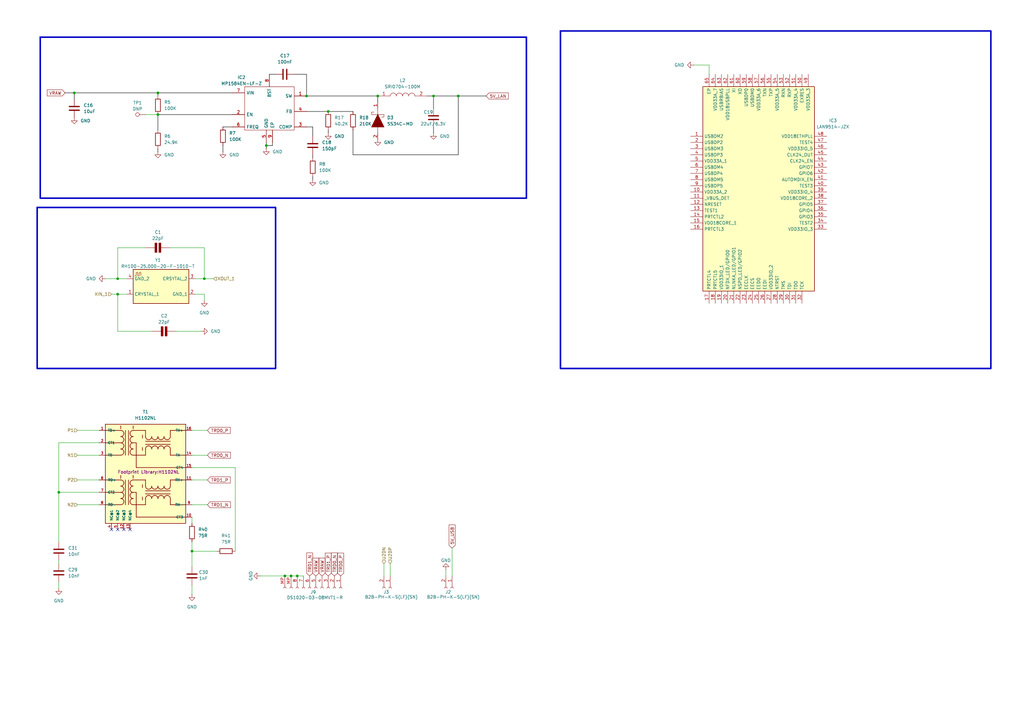
<source format=kicad_sch>
(kicad_sch (version 20250114) (generator "eeschema") (generator_version "9.0")
  (paper "A3")
  (rectangle (start 229.87 12.7) (end 406.4 151.13) (stroke (width 0.635)))
  (rectangle (start 16.51 15.24) (end 215.9 81.28) (stroke (width 0.635)))
  (rectangle (start 15.24 85.09) (end 113.03 151.13) (stroke (width 0.635)))
  (text "RTL8152B-VB-CG" (at 612.14 8.382 0) (effects (font (size 3.81 3.81) (thickness 0.762) (bold yes))))
  (text "5V_REG" (at 29.464 21.082 0) (effects (font (size 3.81 3.81) (thickness 1.016) (bold yes))))
  (text "CRYSTAL" (at 30.226 89.662 0) (effects (font (size 3.81 3.81) (thickness 0.762) (bold yes))))
  (junction (at 134.62 45.72))
  (junction (at 121.92 236.22))
  (junction (at 187.96 39.37))
  (junction (at 490.22 54.61))
  (junction (at 566.42 54.61))
  (junction (at 83.82 114.3))
  (junction (at 608.33 85.09))
  (junction (at 581.66 85.09))
  (junction (at 532.13 100.33))
  (junction (at 119.38 236.22))
  (junction (at 547.37 85.09))
  (junction (at 154.94 39.37))
  (junction (at 30.48 38.1))
  (junction (at 24.13 201.93))
  (junction (at 539.75 8.89))
  (junction (at 78.74 226.06))
  (junction (at 520.7 10.16))
  (junction (at 510.54 97.79))
  (junction (at 490.22 41.91))
  (junction (at 109.22 59.69))
  (junction (at 64.77 46.99))
  (junction (at 125.73 39.37))
  (junction (at 177.8 39.37))
  (junction (at 499.11 97.79))
  (junction (at 594.36 85.09))
  (junction (at 116.84 236.22))
  (junction (at 48.26 120.65))
  (junction (at 48.26 114.3))
  (junction (at 582.93 46.99))
  (junction (at 64.77 38.1))
  (junction (at 504.19 15.24))
  (no_connect (at 45.72 217.17))
  (no_connect (at 53.34 217.17))
  (no_connect (at 48.26 217.17))
  (no_connect (at 554.99 49.53))
  (no_connect (at 50.8 217.17))
  (no_connect (at 554.99 41.91))
  (no_connect (at 554.99 44.45))
  (no_connect (at 554.99 52.07))
  (wire (pts (xy 199.39 39.37) (xy 187.96 39.37)) (stroke (width 0.1778) (color 0 0 0 1)))
  (wire (pts (xy 109.22 60.96) (xy 109.22 59.69)) (stroke (width 0.1778) (color 0 0 0 1)))
  (wire (pts (xy 579.12 85.09) (xy 581.66 85.09)))
  (wire (pts (xy 594.36 99.06) (xy 594.36 100.33)))
  (wire (pts (xy 177.8 54.61) (xy 177.8 52.07)) (stroke (width 0.1778) (color 0 0 0 1)))
  (wire (pts (xy 154.94 41.91) (xy 154.94 39.37)) (stroke (width 0.1778) (color 0 0 0 1)))
  (wire (pts (xy 537.21 80.01) (xy 547.37 80.01)))
  (wire (pts (xy 516.89 83.82) (xy 527.05 83.82)))
  (wire (pts (xy 504.19 15.24) (xy 510.54 15.24)))
  (wire (pts (xy 490.22 54.61) (xy 509.27 54.61)))
  (wire (pts (xy 177.8 39.37) (xy 187.96 39.37)) (stroke (width 0.1778) (color 0 0 0 1)))
  (wire (pts (xy 125.73 39.37) (xy 154.94 39.37)) (stroke (width 0.1778) (color 0 0 0 1)))
  (wire (pts (xy 499.11 116.84) (xy 499.11 115.57)))
  (wire (pts (xy 532.13 6.35) (xy 532.13 21.59)))
  (wire (pts (xy 490.22 53.34) (xy 490.22 54.61)))
  (wire (pts (xy 560.07 85.09) (xy 560.07 88.9)))
  (wire (pts (xy 608.33 88.9) (xy 608.33 85.09)))
  (wire (pts (xy 78.74 226.06) (xy 88.9 226.06)))
  (wire (pts (xy 185.42 224.79) (xy 185.42 236.22)))
  (wire (pts (xy 520.7 10.16) (xy 529.59 10.16)))
  (wire (pts (xy 85.09 186.69) (xy 78.74 186.69)))
  (wire (pts (xy 134.62 54.61) (xy 134.62 53.34)) (stroke (width 0.1778) (color 0 0 0 1)))
  (wire (pts (xy 78.74 191.77) (xy 96.52 191.77)))
  (wire (pts (xy 539.75 8.89) (xy 547.37 8.89)))
  (wire (pts (xy 582.93 46.99) (xy 588.01 46.99)))
  (wire (pts (xy 529.59 97.79) (xy 510.54 97.79)))
  (wire (pts (xy 502.92 15.24) (xy 504.19 15.24)))
  (wire (pts (xy 537.21 21.59) (xy 537.21 8.89)))
  (wire (pts (xy 562.61 12.7) (xy 554.99 12.7)))
  (wire (pts (xy 556.26 8.89) (xy 554.99 8.89)))
  (wire (pts (xy 529.59 77.47) (xy 529.59 97.79)))
  (wire (pts (xy 120.65 30.48) (xy 125.73 30.48)) (stroke (width 0.1778) (color 0 0 0 1)))
  (wire (pts (xy 48.26 114.3) (xy 52.07 114.3)))
  (wire (pts (xy 78.74 212.09) (xy 78.74 214.63)))
  (wire (pts (xy 566.42 54.61) (xy 566.42 57.15)))
  (wire (pts (xy 110.49 30.48) (xy 113.03 30.48)) (stroke (width 0.1778) (color 0 0 0 1)))
  (wire (pts (xy 547.37 88.9) (xy 547.37 85.09)))
  (wire (pts (xy 111.76 58.42) (xy 111.76 59.69)) (stroke (width 0.1778) (color 0 0 0 1)))
  (wire (pts (xy 96.52 191.77) (xy 96.52 226.06)))
  (wire (pts (xy 547.37 100.33) (xy 547.37 99.06)))
  (wire (pts (xy 83.82 101.6) (xy 83.82 114.3)))
  (wire (pts (xy 48.26 101.6) (xy 59.69 101.6)))
  (wire (pts (xy 64.77 46.99) (xy 95.25 46.99)) (stroke (width 0.1778) (color 0 0 0 1)))
  (wire (pts (xy 125.73 52.07) (xy 128.27 52.07)) (stroke (width 0.1778) (color 0 0 0 1)))
  (wire (pts (xy 30.48 38.1) (xy 64.77 38.1)) (stroke (width 0.1778) (color 0 0 0 1)))
  (wire (pts (xy 121.92 236.22) (xy 119.38 236.22)))
  (wire (pts (xy 566.42 54.61) (xy 568.96 54.61)))
  (wire (pts (xy 539.75 12.7) (xy 547.37 12.7)))
  (wire (pts (xy 24.13 201.93) (xy 40.64 201.93)))
  (wire (pts (xy 64.77 46.99) (xy 64.77 53.34)) (stroke (width 0.1778) (color 0 0 0 1)))
  (wire (pts (xy 554.99 46.99) (xy 582.93 46.99)))
  (wire (pts (xy 529.59 6.35) (xy 532.13 6.35)))
  (wire (pts (xy 78.74 222.25) (xy 78.74 226.06)))
  (wire (pts (xy 85.09 176.53) (xy 78.74 176.53)))
  (wire (pts (xy 69.85 101.6) (xy 83.82 101.6)))
  (wire (pts (xy 582.93 64.77) (xy 582.93 62.23)))
  (wire (pts (xy 59.69 46.99) (xy 64.77 46.99)))
  (wire (pts (xy 64.77 39.37) (xy 64.77 38.1)) (stroke (width 0.1778) (color 0 0 0 1)))
  (wire (pts (xy 31.75 196.85) (xy 40.64 196.85)))
  (wire (pts (xy 623.57 85.09) (xy 629.92 85.09)))
  (wire (pts (xy 547.37 80.01) (xy 547.37 85.09)))
  (wire (pts (xy 505.46 46.99) (xy 509.27 46.99)))
  (wire (pts (xy 175.26 39.37) (xy 177.8 39.37)) (stroke (width 0.1778) (color 0 0 0 1)))
  (wire (pts (xy 505.46 44.45) (xy 509.27 44.45)))
  (wire (pts (xy 85.09 196.85) (xy 78.74 196.85)))
  (wire (pts (xy 91.44 52.07) (xy 95.25 52.07)) (stroke (width 0.1778) (color 0 0 0 1)))
  (wire (pts (xy 31.75 176.53) (xy 40.64 176.53)))
  (wire (pts (xy 119.38 236.22) (xy 116.84 236.22)))
  (wire (pts (xy 24.13 241.3) (xy 24.13 238.76)))
  (wire (pts (xy 30.48 40.64) (xy 30.48 38.1)) (stroke (width 0.1778) (color 0 0 0 1)))
  (wire (pts (xy 134.62 45.72) (xy 144.78 45.72)) (stroke (width 0.1778) (color 0 0 0 1)))
  (wire (pts (xy 537.21 77.47) (xy 537.21 80.01)))
  (wire (pts (xy 547.37 16.51) (xy 539.75 16.51)))
  (wire (pts (xy 490.22 54.61) (xy 490.22 57.15)))
  (wire (pts (xy 527.05 15.24) (xy 527.05 21.59)))
  (wire (pts (xy 554.99 16.51) (xy 562.61 16.51)))
  (wire (pts (xy 24.13 181.61) (xy 24.13 201.93)))
  (wire (pts (xy 48.26 120.65) (xy 52.07 120.65)))
  (wire (pts (xy 31.75 186.69) (xy 40.64 186.69)))
  (wire (pts (xy 111.76 59.69) (xy 109.22 59.69)) (stroke (width 0.1778) (color 0 0 0 1)))
  (wire (pts (xy 527.05 83.82) (xy 527.05 77.47)))
  (wire (pts (xy 83.82 120.65) (xy 83.82 123.19)))
  (wire (pts (xy 594.36 85.09) (xy 594.36 88.9)))
  (wire (pts (xy 45.72 120.65) (xy 48.26 120.65)))
  (wire (pts (xy 539.75 16.51) (xy 539.75 21.59)))
  (wire (pts (xy 524.51 81.28) (xy 524.51 77.47)))
  (wire (pts (xy 488.95 41.91) (xy 490.22 41.91)))
  (wire (pts (xy 43.18 114.3) (xy 48.26 114.3)))
  (wire (pts (xy 80.01 114.3) (xy 83.82 114.3)))
  (wire (pts (xy 518.16 15.24) (xy 527.05 15.24)))
  (wire (pts (xy 144.78 63.5) (xy 187.96 63.5)) (stroke (width 0.1778) (color 0 0 0 1)))
  (wire (pts (xy 116.84 236.22) (xy 106.68 236.22)))
  (wire (pts (xy 608.33 85.09) (xy 615.95 85.09)))
  (wire (pts (xy 157.48 231.14) (xy 157.48 236.22)))
  (wire (pts (xy 502.92 19.05) (xy 524.51 19.05)))
  (wire (pts (xy 532.13 77.47) (xy 532.13 100.33)))
  (wire (pts (xy 505.46 52.07) (xy 509.27 52.07)))
  (wire (pts (xy 125.73 30.48) (xy 125.73 39.37)) (stroke (width 0.1778) (color 0 0 0 1)))
  (wire (pts (xy 499.11 97.79) (xy 510.54 97.79)))
  (wire (pts (xy 128.27 52.07) (xy 128.27 55.88)) (stroke (width 0.1778) (color 0 0 0 1)))
  (wire (pts (xy 509.27 10.16) (xy 504.19 10.16)))
  (wire (pts (xy 524.51 19.05) (xy 524.51 21.59)))
  (wire (pts (xy 187.96 63.5) (xy 187.96 39.37)) (stroke (width 0.1778) (color 0 0 0 1)))
  (wire (pts (xy 490.22 41.91) (xy 509.27 41.91)))
  (wire (pts (xy 91.44 62.23) (xy 91.44 59.69)) (stroke (width 0.1778) (color 0 0 0 1)))
  (wire (pts (xy 128.27 73.66) (xy 128.27 72.39)) (stroke (width 0.1778) (color 0 0 0 1)))
  (wire (pts (xy 534.67 90.17) (xy 535.94 90.17)))
  (wire (pts (xy 490.22 41.91) (xy 490.22 43.18)))
  (wire (pts (xy 582.93 46.99) (xy 582.93 52.07)))
  (wire (pts (xy 48.26 120.65) (xy 48.26 135.89)))
  (wire (pts (xy 290.83 26.67) (xy 290.83 30.48)))
  (wire (pts (xy 177.8 44.45) (xy 177.8 39.37)) (stroke (width 0.1778) (color 0 0 0 1)))
  (wire (pts (xy 532.13 100.33) (xy 532.13 105.41)))
  (wire (pts (xy 581.66 100.33) (xy 581.66 99.06)))
  (wire (pts (xy 504.19 10.16) (xy 504.19 15.24)))
  (wire (pts (xy 124.46 236.22) (xy 121.92 236.22)))
  (wire (pts (xy 534.67 6.35) (xy 534.67 21.59)))
  (wire (pts (xy 48.26 101.6) (xy 48.26 114.3)))
  (wire (pts (xy 581.66 85.09) (xy 594.36 85.09)))
  (wire (pts (xy 510.54 97.79) (xy 510.54 105.41)))
  (wire (pts (xy 519.43 10.16) (xy 520.7 10.16)))
  (wire (pts (xy 566.42 69.85) (xy 566.42 67.31)))
  (wire (pts (xy 40.64 181.61) (xy 24.13 181.61)))
  (wire (pts (xy 284.48 26.67) (xy 290.83 26.67)))
  (wire (pts (xy 516.89 3.81) (xy 520.7 3.81)))
  (wire (pts (xy 160.02 231.14) (xy 160.02 236.22)))
  (wire (pts (xy 24.13 231.14) (xy 24.13 229.87)))
  (wire (pts (xy 547.37 85.09) (xy 560.07 85.09)))
  (wire (pts (xy 125.73 45.72) (xy 134.62 45.72)) (stroke (width 0.1778) (color 0 0 0 1)))
  (wire (pts (xy 554.99 54.61) (xy 566.42 54.61)))
  (wire (pts (xy 520.7 100.33) (xy 520.7 105.41)))
  (wire (pts (xy 510.54 115.57) (xy 510.54 116.84)))
  (wire (pts (xy 80.01 120.65) (xy 83.82 120.65)))
  (wire (pts (xy 520.7 3.81) (xy 520.7 10.16)))
  (wire (pts (xy 144.78 53.34) (xy 144.78 63.5)) (stroke (width 0.1778) (color 0 0 0 1)))
  (wire (pts (xy 182.88 233.68) (xy 182.88 236.22)))
  (wire (pts (xy 516.89 81.28) (xy 524.51 81.28)))
  (wire (pts (xy 520.7 116.84) (xy 520.7 115.57)))
  (wire (pts (xy 496.57 97.79) (xy 499.11 97.79)))
  (wire (pts (xy 537.21 8.89) (xy 539.75 8.89)))
  (wire (pts (xy 560.07 100.33) (xy 560.07 99.06)))
  (wire (pts (xy 520.7 100.33) (xy 532.13 100.33)))
  (wire (pts (xy 499.11 97.79) (xy 499.11 105.41)))
  (wire (pts (xy 128.27 64.77) (xy 128.27 63.5)) (stroke (width 0.1778) (color 0 0 0 1)))
  (wire (pts (xy 532.13 115.57) (xy 532.13 116.84)))
  (wire (pts (xy 62.23 135.89) (xy 48.26 135.89)))
  (wire (pts (xy 78.74 226.06) (xy 78.74 232.41)))
  (wire (pts (xy 64.77 62.23) (xy 64.77 60.96)) (stroke (width 0.1778) (color 0 0 0 1)))
  (wire (pts (xy 83.82 114.3) (xy 87.63 114.3)))
  (wire (pts (xy 581.66 88.9) (xy 581.66 85.09)))
  (wire (pts (xy 529.59 10.16) (xy 529.59 21.59)))
  (wire (pts (xy 31.75 207.01) (xy 40.64 207.01)))
  (wire (pts (xy 505.46 49.53) (xy 509.27 49.53)))
  (wire (pts (xy 608.33 99.06) (xy 608.33 100.33)))
  (wire (pts (xy 109.22 59.69) (xy 109.22 58.42)) (stroke (width 0.1778) (color 0 0 0 1)))
  (wire (pts (xy 24.13 201.93) (xy 24.13 222.25)))
  (wire (pts (xy 82.55 135.89) (xy 72.39 135.89)))
  (wire (pts (xy 535.94 100.33) (xy 532.13 100.33)))
  (wire (pts (xy 537.21 6.35) (xy 534.67 6.35)))
  (wire (pts (xy 64.77 38.1) (xy 95.25 38.1)) (stroke (width 0.1778) (color 0 0 0 1)))
  (wire (pts (xy 539.75 8.89) (xy 539.75 12.7)))
  (wire (pts (xy 85.09 207.01) (xy 78.74 207.01)))
  (wire (pts (xy 534.67 77.47) (xy 534.67 90.17)))
  (wire (pts (xy 594.36 85.09) (xy 608.33 85.09)))
  (wire (pts (xy 26.67 38.1) (xy 30.48 38.1)) (stroke (width 0.1778) (color 0 0 0 1)))
  (wire (pts (xy 78.74 240.03) (xy 78.74 243.84)))
  (global_label "VDD3V3" (shape input) (at 488.95 41.91 180) (property "Intersheetrefs" "${INTERSHEET_REFS}" (effects (hide yes))))
  (global_label "TRD0_N" (shape input) (at 137.16 236.22 90) (property "Intersheetrefs" "${INTERSHEET_REFS}" (effects (hide yes))))
  (global_label "5V_USB" (shape input) (at 629.92 85.09 0) (property "Intersheetrefs" "${INTERSHEET_REFS}" (effects (hide yes))))
  (global_label "TRD0_N" (shape input) (at 85.09 186.69 0) (property "Intersheetrefs" "${INTERSHEET_REFS}" (effects (hide yes))))
  (global_label "VDD3V3" (shape input) (at 535.94 100.33 0) (property "Intersheetrefs" "${INTERSHEET_REFS}" (effects (hide yes))))
  (global_label "VDD10" (shape input) (at 588.01 46.99 0) (property "Intersheetrefs" "${INTERSHEET_REFS}" (effects (hide yes))))
  (global_label "TRD1_P" (shape input) (at 85.09 196.85 0) (property "Intersheetrefs" "${INTERSHEET_REFS}" (effects (hide yes))))
  (global_label "VDD10" (shape input) (at 516.89 3.81 180) (property "Intersheetrefs" "${INTERSHEET_REFS}" (effects (hide yes))))
  (global_label "TRD0_P" (shape input) (at 139.7 236.22 90) (property "Intersheetrefs" "${INTERSHEET_REFS}" (effects (hide yes))))
  (global_label "VRAW" (shape input) (at 129.54 236.22 90) (property "Intersheetrefs" "${INTERSHEET_REFS}" (effects (hide yes))))
  (global_label "TRD1_N" (shape input) (at 127 236.22 90) (property "Intersheetrefs" "${INTERSHEET_REFS}" (effects (hide yes))))
  (global_label "TRD1_P" (shape input) (at 134.62 236.22 90) (property "Intersheetrefs" "${INTERSHEET_REFS}" (effects (hide yes))))
  (global_label "5V_USB" (shape input) (at 185.42 224.79 90) (property "Intersheetrefs" "${INTERSHEET_REFS}" (effects (hide yes))))
  (global_label "5V_LAN" (shape input) (at 535.94 90.17 0) (property "Intersheetrefs" "${INTERSHEET_REFS}" (effects (hide yes))))
  (global_label "VDD3V3" (shape input) (at 562.61 12.7 0) (property "Intersheetrefs" "${INTERSHEET_REFS}" (effects (hide yes))))
  (global_label "VRAW" (shape input) (at 132.08 236.22 90) (property "Intersheetrefs" "${INTERSHEET_REFS}" (effects (hide yes))))
  (global_label "TRD1_N" (shape input) (at 85.09 207.01 0) (property "Intersheetrefs" "${INTERSHEET_REFS}" (effects (hide yes))))
  (global_label "VDD3V3" (shape input) (at 568.96 54.61 0) (property "Intersheetrefs" "${INTERSHEET_REFS}" (effects (hide yes))))
  (global_label "VDD10_UPS" (shape input) (at 547.37 80.01 0) (property "Intersheetrefs" "${INTERSHEET_REFS}" (effects (hide yes))))
  (global_label "5V_LAN" (shape input) (at 579.12 85.09 180) (property "Intersheetrefs" "${INTERSHEET_REFS}" (effects (hide yes))))
  (global_label "VDD10" (shape input) (at 496.57 97.79 180) (property "Intersheetrefs" "${INTERSHEET_REFS}" (effects (hide yes))))
  (global_label "VRAW" (shape input) (at 26.67 38.1 180) (property "Intersheetrefs" "${INTERSHEET_REFS}" (effects (hide yes))))
  (global_label "TRD0_P" (shape input) (at 85.09 176.53 0) (property "Intersheetrefs" "${INTERSHEET_REFS}" (effects (hide yes))))
  (global_label "VDD3V3" (shape input) (at 562.61 16.51 0) (property "Intersheetrefs" "${INTERSHEET_REFS}" (effects (hide yes))))
  (global_label "5V_LAN" (shape input) (at 199.39 39.37 0) (property "Intersheetrefs" "${INTERSHEET_REFS}" (effects (hide yes))))
  (hierarchical_label "N2" (shape input) (at 31.75 207.01 180))
  (hierarchical_label "U2DP" (shape input) (at 160.02 231.14 90))
  (hierarchical_label "P2" (shape input) (at 505.46 49.53 180))
  (hierarchical_label "N1" (shape input) (at 505.46 46.99 180))
  (hierarchical_label "N1" (shape input) (at 31.75 186.69 180))
  (hierarchical_label "P1" (shape input) (at 505.46 44.45 180))
  (hierarchical_label "P1" (shape input) (at 31.75 176.53 180))
  (hierarchical_label "XIN_1" (shape input) (at 45.72 120.65 180))
  (hierarchical_label "U2DN" (shape input) (at 516.89 81.28 180))
  (hierarchical_label "U2DP" (shape input) (at 516.89 83.82 180))
  (hierarchical_label "P2" (shape input) (at 31.75 196.85 180))
  (hierarchical_label "U2DN" (shape input) (at 157.48 231.14 90))
  (hierarchical_label "XOUT_1" (shape input) (at 537.21 6.35 0))
  (hierarchical_label "XIN_1" (shape input) (at 529.59 6.35 180))
  (hierarchical_label "XOUT_1" (shape input) (at 87.63 114.3 0))
  (hierarchical_label "N2" (shape input) (at 505.46 52.07 180))
  (symbol (lib_id "Device:R") (at 514.35 15.24 270) (unit 1)
    (property "Reference" "R42" (at 518.922 13.716 90))
    (property "Value" "75R" (at 509.524 13.716 90))
    (property "Footprint" "Resistor_SMD:R_0603_1608Metric" (effects (hide yes)))
    (property "Datasheet" "https://www.ozdisan.com/passive-components/resistors/smt-smd-and-chip-resistors/0603SAF750JT5E/352300" (effects (hide yes)))
    (property "MPN" "0603SAF750JT5E" (effects (hide yes)))
  )
  (symbol (lib_id "power:GND") (at 560.07 100.33 0) (unit 1)
    (property "Reference" "#PWR08" (effects (hide yes)))
    (property "Value" "GND" (at 560.07 105.41 0))
    (property "Description" "Power symbol creates a global label with name \"GND\" , ground" (effects (hide yes)))
  )
  (symbol (lib_id "PCM_Elektuur:C") (at 566.42 62.23 180) (unit 1)
    (property "Reference" "C4" (at 568.706 60.96 0) (effects (justify right)))
    (property "Value" "100nF" (at 568.706 63.5 0) (effects (justify right)))
    (property "Footprint" "Capacitor_SMD:C_0603_1608Metric" (effects (hide yes)))
    (property "Datasheet" "https://ozdisan.com/passive-components/capacitors/smt-smd-and-mlcc-capacitors/CC0603KRX7R9BB104/476015" (effects (hide yes)))
    (property "MPN" "CC0603KRX7R9BB104" (effects (hide yes)))
  )
  (symbol (lib_id "power:GND") (at 499.11 116.84 0) (unit 1)
    (property "Reference" "#PWR013" (effects (hide yes)))
    (property "Value" "GND" (at 499.11 121.92 0))
    (property "Description" "Power symbol creates a global label with name \"GND\" , ground" (effects (hide yes)))
  )
  (symbol (lib_id "Device:R") (at 92.71 226.06 270) (unit 1)
    (property "Reference" "R41" (at 92.71 219.71 90))
    (property "Value" "75R" (at 92.71 222.25 90))
    (property "Footprint" "Resistor_SMD:R_0603_1608Metric" (effects (hide yes)))
    (property "Datasheet" "https://www.ozdisan.com/passive-components/resistors/smt-smd-and-chip-resistors/0603SAF750JT5E/352300" (effects (hide yes)))
    (property "MPN" "0603SAF750JT5E" (effects (hide yes)))
  )
  (symbol (lib_id "LAN9514-JZX:LAN9514-JZX") (at 283.21 55.88 0) (unit 1)
    (property "Reference" "IC3" (at 341.63 49.4598 0))
    (property "Value" "LAN9514-JZX" (at 341.63 51.9998 0))
    (property "Footprint" "QFN50P900X900X100-65N-D" (effects (hide yes)))
    (property "Datasheet" "https://datasheet.datasheetarchive.com/originals/distributors/Datasheets_SAMA/a7c71d06bdc3392d1c0af1c5e703b0f6.pdf" (effects (hide yes)))
    (property "Description" "USB2 Hub 10/100 Ethernet Controller QFN Microchip LAN9514-JZX Ethernet Controller, 1.5 Mbit/s, 12 Mbit/s, 480 Mbit/s USB, 3.3 V QFN, 64-Pin" (effects (hide yes)))
    (property "Height" "1" (effects (hide yes)))
    (property "Mouser Part Number" "886-LAN9514-JZX" (effects (hide yes)))
    (property "Mouser Price/Stock" "https://www.mouser.co.uk/ProductDetail/Microchip-Technology/LAN9514-JZX?qs=pA5MXup5wxG3FeSVAAlYgA%3D%3D" (effects (hide yes)))
    (property "Manufacturer_Name" "Microchip" (effects (hide yes)))
    (property "Manufacturer_Part_Number" "LAN9514-JZX" (effects (hide yes)))
  )
  (symbol (lib_id "power:GND") (at 43.18 114.3 270) (unit 1)
    (property "Reference" "#PWR01" (effects (hide yes)))
    (property "Value" "GND" (at 39.37 114.2999 90) (effects (justify right)))
    (property "Description" "Power symbol creates a global label with name \"GND\" , ground" (effects (hide yes)))
  )
  (symbol (lib_id "Device:C") (at 78.74 236.22 0) (unit 1)
    (property "Reference" "C30" (at 81.534 234.696 0) (effects (justify left)))
    (property "Value" "1nF" (at 81.534 237.236 0) (effects (justify left)))
    (property "Footprint" "Capacitor_SMD:C_0603_1608Metric" (effects (hide yes)))
    (property "Datasheet" "https://www.ozdisan.com/passive-components/capacitors/smt-smd-and-mlcc-capacitors/CL10B102KB8NNNC/11971" (effects (hide yes)))
    (property "MPN" "CL10B102KB8NNNC" (effects (hide yes)))
  )
  (symbol (lib_id "PCM_Elektuur:C") (at 67.31 135.89 90) (unit 1)
    (property "Reference" "C2" (at 67.31 129.54 90))
    (property "Value" "22pF" (at 67.31 132.08 90))
    (property "Footprint" "Capacitor_SMD:C_0603_1608Metric" (effects (hide yes)))
    (property "Datasheet" "https://ozdisan.com/passive-components/capacitors/smt-smd-and-mlcc-capacitors/MCF03JTN500220/1057183" (effects (hide yes)))
    (property "MPN" "MCF03JTN500220" (effects (hide yes)))
  )
  (symbol (lib_id "PCM_SL_Resistors:Resistor") (at 551.18 8.89 0) (unit 1)
    (property "Reference" "R1" (at 547.37 7.874 0))
    (property "Value" "10K" (at 555.498 7.874 0))
    (property "Footprint" "Resistor_SMD:R_0603_1608Metric" (effects (hide yes)))
    (property "Datasheet" "https://ozdisan.com/passive-components/resistors/smt-smd-and-chip-resistors/CRT03F7E1002/1054351" (effects (hide yes)))
    (property "Description" "1/4W Resistor" (effects (hide yes)))
    (property "MPN" "CRT03F7E1002" (effects (hide yes)))
  )
  (symbol (lib_id "power:GND") (at 502.92 19.05 270) (unit 1)
    (property "Reference" "#PWR022" (effects (hide yes)))
    (property "Value" "GND" (at 499.11 19.0499 90) (effects (justify right)))
    (property "Description" "Power symbol creates a global label with name \"GND\" , ground" (effects (hide yes)))
  )
  (symbol (lib_id "Connector:Conn_01x02_Socket") (at 160.02 241.3 270) (unit 1)
    (property "Reference" "J3" (at 157.226 242.824 90) (effects (justify left)))
    (property "Value" "B2B-PH-K-S(LF)(SN)" (at 149.606 244.856 90) (effects (justify left)))
    (property "Footprint" "Connector_JST:JST_PH_B2B-PH-K_1x02_P2.00mm_Vertical" (effects (hide yes)))
    (property "Datasheet" "https://www.ozdisan.com/connectors-and-interconnects/rectangular-connectors/pcb-connectors/B2B-PH-K-SLFSN/469543" (effects (hide yes)))
    (property "Description" "Generic connector, single row, 01x02, script generated" (effects (hide yes)))
    (property "MPN" "B2B-PH-K-S(LF)(SN)" (effects (hide yes)))
  )
  (symbol (lib_id "power:GND") (at 177.8 54.61 0) (unit 1)
    (property "Reference" "#PWR030" (effects (hide yes)))
    (property "Value" "GND" (at 180.34 55.8799 0) (effects (justify left)))
  )
  (symbol (lib_id "power:GND") (at 128.27 73.66 0) (unit 1)
    (property "Reference" "#PWR027" (effects (hide yes)))
    (property "Value" "GND" (at 130.81 74.9299 0) (effects (justify left)))
  )
  (symbol (lib_name "MP1584EN_1") (lib_id "MP1584:MP1584EN") (at 95.25 38.1 0) (unit 1)
    (property "Reference" "IC2" (at 99.06 31.75 0))
    (property "Value" "MP1584EN-LF-Z" (at 99.06 34.29 0))
    (property "Footprint" "Footprint Library:MP1584N" (effects (hide yes)))
    (property "Datasheet" "https://www.ozdisan.com/integrated-circuits-ics/power-management-ics/dc-dc-switching-voltage-regulators/MP1584EN-LF-Z/591798" (effects (hide yes)))
    (property "Description" "Switching Voltage Regulators 3A 1.5MHz 28V Nonsync Buck" (effects (hide yes)))
    (property "MPN" "MP1584EN-LF-Z" (effects (hide yes)))
  )
  (symbol (lib_id "PCM_Elektuur:C") (at 514.35 10.16 90) (unit 1)
    (property "Reference" "C15" (at 515.874 8.89 90) (effects (justify right)))
    (property "Value" "100nF" (at 506.73 8.89 90) (effects (justify right)))
    (property "Footprint" "Capacitor_SMD:C_0603_1608Metric" (effects (hide yes)))
    (property "Datasheet" "https://ozdisan.com/passive-components/capacitors/smt-smd-and-mlcc-capacitors/CC0603KRX7R9BB104/476015" (effects (hide yes)))
    (property "MPN" "CC0603KRX7R9BB104" (effects (hide yes)))
  )
  (symbol (lib_id "CDRH74NP-100MC-B:CDRH74NP-100MC-B") (at 154.94 39.37 0) (unit 1)
    (property "Reference" "L2" (at 165.1 33.02 0))
    (property "Value" "SRI0704-100M" (at 165.1 35.56 0))
    (property "Footprint" "Footprint Library:SRI0704-100M" (effects (hide yes)))
    (property "Datasheet" "https://www.ozdisan.com/passive-components/inductors/fixed-inductors/SRI0704-100M/587798" (effects (hide yes)))
    (property "Description" "Fixed Inductors 10uH 1.84A" (effects (hide yes)))
    (property "MPN" "SRI0704-100M" (effects (hide yes)))
  )
  (symbol (lib_id "power:GND") (at 566.42 69.85 0) (unit 1)
    (property "Reference" "#PWR05" (effects (hide yes)))
    (property "Value" "GND" (at 566.42 74.93 0))
    (property "Description" "Power symbol creates a global label with name \"GND\" , ground" (effects (hide yes)))
  )
  (symbol (lib_id "power:GND") (at 284.48 26.67 270) (unit 1)
    (property "Reference" "#PWR031" (effects (hide yes)))
    (property "Value" "GND" (at 280.67 26.6699 90) (effects (justify right)))
    (property "Description" "Power symbol creates a global label with name \"GND\" , ground" (effects (hide yes)))
  )
  (symbol (lib_id "Oscillator:ASCO") (at 64.77 116.84 0) (unit 1)
    (property "Reference" "Y1" (at 64.77 106.68 0))
    (property "Value" "RH100-25.000-20-F-1010-T" (at 64.77 109.22 0))
    (property "Footprint" "Oscillator:Oscillator_SMD_Abracon_ASCO-4Pin_1.6x1.2mm" (effects (hide yes)))
    (property "Datasheet" "1" (effects (hide yes)))
    (property "Description" "Crystal Clock Oscillator, Abracon ASCO" (effects (hide yes)))
    (property "MPN" "RH100-25.000-20-F-1010-T" (effects (hide yes)))
  )
  (symbol (lib_id "PCM_SL_Resistors:Resistor") (at 551.18 12.7 0) (unit 1)
    (property "Reference" "R2" (at 547.37 11.684 0))
    (property "Value" "10K" (at 555.498 11.684 0))
    (property "Footprint" "Resistor_SMD:R_0603_1608Metric" (effects (hide yes)))
    (property "Datasheet" "https://ozdisan.com/passive-components/resistors/smt-smd-and-chip-resistors/CRT03F7E1002/1054351" (effects (hide yes)))
    (property "Description" "1/4W Resistor" (effects (hide yes)))
    (property "MPN" "CRT03F7E1002" (effects (hide yes)))
  )
  (symbol (lib_id "Device:C") (at 116.84 30.48 270) (unit 1)
    (property "Reference" "C17" (at 116.84 22.86 90))
    (property "Value" "100nF" (at 116.84 25.4 90))
    (property "Footprint" "Capacitor_SMD:C_0603_1608Metric" (effects (hide yes)))
  )
  (symbol (lib_id "power:GND") (at 154.94 57.15 0) (unit 1)
    (property "Reference" "#PWR029" (effects (hide yes)))
    (property "Value" "GND" (at 157.48 58.4199 0) (effects (justify left)))
  )
  (symbol (lib_id "power:GND") (at 490.22 57.15 0) (unit 1)
    (property "Reference" "#PWR015" (effects (hide yes)))
    (property "Value" "GND" (at 490.22 62.23 0))
    (property "Description" "Power symbol creates a global label with name \"GND\" , ground" (effects (hide yes)))
  )
  (symbol (lib_id "PCM_Elektuur:C") (at 520.7 110.49 180) (unit 1)
    (property "Reference" "C9" (at 522.986 109.22 0) (effects (justify right)))
    (property "Value" "100nF" (at 522.986 111.76 0) (effects (justify right)))
    (property "Footprint" "Capacitor_SMD:C_0603_1608Metric" (effects (hide yes)))
    (property "Datasheet" "https://ozdisan.com/passive-components/capacitors/smt-smd-and-mlcc-capacitors/CC0603KRX7R9BB104/476015" (effects (hide yes)))
    (property "MPN" "CC0603KRX7R9BB104" (effects (hide yes)))
  )
  (symbol (lib_id "power:GND") (at 532.13 116.84 0) (unit 1)
    (property "Reference" "#PWR012" (effects (hide yes)))
    (property "Value" "GND" (at 532.13 121.92 0))
    (property "Description" "Power symbol creates a global label with name \"GND\" , ground" (effects (hide yes)))
  )
  (symbol (lib_id "PCM_Elektuur:C") (at 64.77 101.6 90) (unit 1)
    (property "Reference" "C1" (at 64.77 95.25 90))
    (property "Value" "22pF" (at 64.77 97.79 90))
    (property "Footprint" "Capacitor_SMD:C_0603_1608Metric" (effects (hide yes)))
    (property "Datasheet" "https://ozdisan.com/passive-components/capacitors/smt-smd-and-mlcc-capacitors/MCF03JTN500220/1057183" (effects (hide yes)))
    (property "MPN" "MCF03JTN500220" (effects (hide yes)))
  )
  (symbol (lib_id "power:GND") (at 78.74 243.84 0) (unit 1)
    (property "Reference" "#PWR019" (effects (hide yes)))
    (property "Value" "GND" (at 78.74 248.92 0))
  )
  (symbol (lib_id "Connector:TestPoint") (at 59.69 46.99 90) (unit 1)
    (property "Reference" "TP1" (at 56.388 42.164 90))
    (property "Value" "DNP" (at 56.388 44.704 90))
    (property "Footprint" "Footprint Library:Test_Point" (effects (hide yes)))
    (property "Description" "test point" (effects (hide yes)))
  )
  (symbol (lib_id "power:GND") (at 582.93 64.77 0) (unit 1)
    (property "Reference" "#PWR06" (effects (hide yes)))
    (property "Value" "GND" (at 582.93 69.85 0))
    (property "Description" "Power symbol creates a global label with name \"GND\" , ground" (effects (hide yes)))
  )
  (symbol (lib_id "power:GND") (at 64.77 62.23 0) (unit 1)
    (property "Reference" "#PWR024" (effects (hide yes)))
    (property "Value" "GND" (at 67.31 63.4999 0) (effects (justify left)))
  )
  (symbol (lib_id "power:GND") (at 556.26 8.89 90) (unit 1)
    (property "Reference" "#PWR04" (effects (hide yes)))
    (property "Value" "GND" (at 560.07 8.8899 90) (effects (justify right)))
    (property "Description" "Power symbol creates a global label with name \"GND\" , ground" (effects (hide yes)))
  )
  (symbol (lib_id "H1102NL:H1102NL") (at 60.96 194.31 0) (unit 1)
    (property "Reference" "T1" (at 59.69 168.91 0))
    (property "Value" "H1102NL" (at 59.69 171.45 0))
    (property "Footprint" "Footprint Library:H1102NL" (at 60.96 194.31 0) (effects (justify bottom)))
    (property "Datasheet" "https://www.ozdisan.com/pasif-komponentler/trafolar/puls-trafolari/H1102NL?srsltid=AfmBOopR3wJQ5FjIjPuUFP_J9h3l2N3vCiKGA-uyqbqUygb7cf0HJmyr" (effects (hide yes)))
    (property "MPN" "H1102NL" (effects (hide yes)))
  )
  (symbol (lib_id "Device:C") (at 177.8 48.26 0) (unit 1)
    (property "Reference" "C19" (at 173.736 45.974 0) (effects (justify left)))
    (property "Value" "22uF/6.3V" (at 172.466 50.8 0) (effects (justify left)))
    (property "Footprint" "Footprint Library:C_1206_3216Metric" (effects (hide yes)))
    (property "Datasheet" "https://www.ozdisan.com/passive-components/capacitors/smt-smd-and-mlcc-capacitors/CL31A226MOCLNNC/381293" (effects (hide yes)))
    (property "Description" "Unpolarized capacitor" (effects (hide yes)))
    (property "MPN" "CL31A226MOCLNNC" (effects (hide yes)))
  )
  (symbol (lib_id "PCM_Device_AKL:Ferrite_Bead") (at 619.76 85.09 0) (unit 1)
    (property "Reference" "FB1" (at 619.76 78.74 0))
    (property "Value" "BLM18AG102SN1D" (at 619.76 81.28 0))
    (property "Footprint" "Footprint Library:0603_Ferrite Beads" (effects (hide yes)))
    (property "Datasheet" "https://ozdisan.com/Product/Detail/430275/BLM18AG102SN1D" (effects (hide yes)))
    (property "Description" "Ferrite bead, Alternate KiCAD Library" (effects (hide yes)))
    (property "MPN" "BLM18AG102SN1D" (effects (hide yes)))
  )
  (symbol (lib_id "power:GND") (at 91.44 62.23 0) (unit 1)
    (property "Reference" "#PWR025" (effects (hide yes)))
    (property "Value" "GND" (at 93.98 63.4999 0) (effects (justify left)))
  )
  (symbol (lib_id "power:GND") (at 520.7 116.84 0) (unit 1)
    (property "Reference" "#PWR011" (effects (hide yes)))
    (property "Value" "GND" (at 520.7 121.92 0))
    (property "Description" "Power symbol creates a global label with name \"GND\" , ground" (effects (hide yes)))
  )
  (symbol (lib_id "RTL8152B-VB-CG:RTL8152B-VB-CG") (at 509.27 41.91 0) (unit 1)
    (property "Reference" "IC1" (at 549.91 22.352 0))
    (property "Value" "RTL8152B-VB-CG" (at 549.91 24.892 0))
    (property "Footprint" "Footprint Library:RTL8152B-VB-CG" (effects (hide yes)))
    (property "Datasheet" "https://ozdisan.com/entegre-devreler-ics/interface-entegreleri/arayuz-kontrolor-entegreleri/RTL8152B-VB-CG?srsltid=AfmBOor8_-Qx2dVcvvc2ffU81HFnXVuhIFgG98NXw8BsYf_2WUuHmUsT" (effects (hide yes)))
    (property "Description" "Ethernet ICs QFN-24_4x4x05P RoHS" (effects (hide yes)))
    (property "Height" "0.9" (effects (hide yes)))
    (property "Manufacturer_Name" "Realtek" (effects (hide yes)))
    (property "Manufacturer_Part_Number" "RTL8152B-VB-CG" (effects (hide yes)))
  )
  (symbol (lib_id "Device:R") (at 64.77 57.15 0) (unit 1)
    (property "Reference" "R6" (at 67.31 55.88 0) (effects (justify left)))
    (property "Value" "24.9K" (at 67.31 58.42 0) (effects (justify left)))
    (property "Footprint" "Resistor_SMD:R_0603_1608Metric" (effects (hide yes)))
    (property "Datasheet" "https://www.ozdisan.com/passive-components/resistors/smt-smd-and-chip-resistors/0603SAF2492T5E/505928" (effects (hide yes)))
    (property "MPN" "0603SAF2492T5E" (effects (hide yes)))
  )
  (symbol (lib_id "power:GND") (at 83.82 123.19 0) (unit 1)
    (property "Reference" "#PWR02" (effects (hide yes)))
    (property "Value" "GND" (at 83.82 128.27 0))
    (property "Description" "Power symbol creates a global label with name \"GND\" , ground" (effects (hide yes)))
  )
  (symbol (lib_id "PCM_Elektuur:C") (at 510.54 110.49 180) (unit 1)
    (property "Reference" "C12" (at 512.826 109.22 0) (effects (justify right)))
    (property "Value" "4.7uF" (at 512.826 111.76 0) (effects (justify right)))
    (property "Footprint" "Capacitor_SMD:C_0603_1608Metric" (effects (hide yes)))
    (property "Datasheet" "https://ozdisan.com/passive-components/capacitors/smt-smd-and-mlcc-capacitors/CL10A475KO8NNNC/522172" (effects (hide yes)))
    (property "MPN" "CL10A475KO8NNNC" (effects (hide yes)))
  )
  (symbol (lib_id "PCM_Elektuur:C") (at 594.36 93.98 180) (unit 1)
    (property "Reference" "C14" (at 596.646 92.71 0) (effects (justify right)))
    (property "Value" "10nF" (at 596.646 95.25 0) (effects (justify right)))
    (property "Footprint" "Capacitor_SMD:C_0603_1608Metric" (effects (hide yes)))
    (property "Datasheet" "https://ozdisan.com/passive-components/capacitors/smt-smd-and-mlcc-capacitors/MCF03KTB500103/1057173" (effects (hide yes)))
    (property "MPN" "MCF03KTB500103" (effects (hide yes)))
  )
  (symbol (lib_id "Device:R") (at 144.78 49.53 0) (unit 1)
    (property "Reference" "R18" (at 147.32 48.26 0) (effects (justify left)))
    (property "Value" "210K" (at 147.32 50.8 0) (effects (justify left)))
    (property "Footprint" "Resistor_SMD:R_0603_1608Metric" (effects (hide yes)))
    (property "Datasheet" "https://www.ozdisan.com/passive-components/resistors/smt-smd-and-chip-resistors/0603SAF2103T5E/505983" (effects (hide yes)))
    (property "MPN" "0603SAF2103T5E" (effects (hide yes)))
  )
  (symbol (lib_id "power:GND") (at 182.88 233.68 180) (unit 1)
    (property "Reference" "#PWR021" (effects (hide yes)))
    (property "Value" "GND" (at 182.88 229.87 0))
  )
  (symbol (lib_id "power:GND") (at 24.13 241.3 0) (unit 1)
    (property "Reference" "#PWR018" (effects (hide yes)))
    (property "Value" "GND" (at 24.13 246.38 0))
  )
  (symbol (lib_id "power:GND") (at 581.66 100.33 0) (unit 1)
    (property "Reference" "#PWR09" (effects (hide yes)))
    (property "Value" "GND" (at 581.66 105.41 0))
    (property "Description" "Power symbol creates a global label with name \"GND\" , ground" (effects (hide yes)))
  )
  (symbol (lib_id "Connector:Conn_01x08_Female") (at 132.08 241.3 270) (unit 1)
    (property "Reference" "J9" (at 127.254 242.824 90) (effects (justify left)))
    (property "Value" "DS1020-03-08MVT1-R" (at 117.602 245.11 90) (effects (justify left)))
    (property "Footprint" "Connector_JST:JST_GH_BM08B-GHS-TBT_1x08-1MP_P1.25mm_Vertical" (effects (hide yes)))
    (property "Link" "https://www.digikey.com/en/products/detail/jst-sales-america-inc/BM08B-GHS-TBT/807806" (effects (hide yes)))
    (property "MPN" "DS1020-03-08MVT1-R " (effects (hide yes)))
  )
  (symbol (lib_id "Device:R") (at 78.74 218.44 180) (unit 1)
    (property "Reference" "R40" (at 81.28 217.1699 0) (effects (justify right)))
    (property "Value" "75R" (at 81.28 219.7099 0) (effects (justify right)))
    (property "Footprint" "Resistor_SMD:R_0603_1608Metric" (effects (hide yes)))
    (property "Datasheet" "https://www.ozdisan.com/passive-components/resistors/smt-smd-and-chip-resistors/0603SAF750JT5E/352300" (effects (hide yes)))
    (property "MPN" "0603SAF750JT5E" (effects (hide yes)))
  )
  (symbol (lib_id "Device:R") (at 128.27 68.58 0) (unit 1)
    (property "Reference" "R8" (at 130.81 67.31 0) (effects (justify left)))
    (property "Value" "100K" (at 130.81 69.85 0) (effects (justify left)))
    (property "Footprint" "Resistor_SMD:R_0603_1608Metric" (effects (hide yes)))
    (property "Datasheet" "https://www.ozdisan.com/passive-components/resistors/smt-smd-and-chip-resistors/0603SAJ0104TDE/344195" (effects (hide yes)))
    (property "MPN" "0603SAJ0104TDE" (effects (hide yes)))
  )
  (symbol (lib_id "PCM_Elektuur:C") (at 581.66 93.98 180) (unit 1)
    (property "Reference" "C7" (at 583.946 92.71 0) (effects (justify right)))
    (property "Value" "100nF" (at 583.946 95.25 0) (effects (justify right)))
    (property "Footprint" "Capacitor_SMD:C_0603_1608Metric" (effects (hide yes)))
    (property "Datasheet" "https://ozdisan.com/passive-components/capacitors/smt-smd-and-mlcc-capacitors/CC0603KRX7R9BB104/476015" (effects (hide yes)))
    (property "MPN" "CC0603KRX7R9BB104" (effects (hide yes)))
  )
  (symbol (lib_id "power:GND") (at 510.54 116.84 0) (unit 1)
    (property "Reference" "#PWR014" (effects (hide yes)))
    (property "Value" "GND" (at 510.54 121.92 0))
    (property "Description" "Power symbol creates a global label with name \"GND\" , ground" (effects (hide yes)))
  )
  (symbol (lib_id "SS34FA:SS34FA") (at 154.94 39.37 270) (unit 1)
    (property "Reference" "D3" (at 158.75 48.26 90) (effects (justify left)))
    (property "Value" "SS34C-MD" (at 158.75 50.8 90) (effects (justify left)))
    (property "Footprint" "Footprint Library:SS34FA" (effects (hide yes)))
    (property "Datasheet" "https://www.ozdisan.com/power-semiconductors/diodes-diode-modules-and-rectifiers/schottky-diodes/SS34C-MD/961961" (effects (hide yes)))
    (property "Description" "ON SEMICONDUCTOR - SS34FA - SCHOTTKY RECT, AEC-Q101, 40V, SOD-123FA" (effects (hide yes)))
    (property "MPN" "SS34C-MD" (effects (hide yes)))
  )
  (symbol (lib_id "power:GND") (at 82.55 135.89 90) (unit 1)
    (property "Reference" "#PWR03" (effects (hide yes)))
    (property "Value" "GND" (at 86.36 135.8899 90) (effects (justify right)))
    (property "Description" "Power symbol creates a global label with name \"GND\" , ground" (effects (hide yes)))
  )
  (symbol (lib_id "power:GND") (at 106.68 236.22 270) (unit 1)
    (property "Reference" "#PWR017" (effects (hide yes)))
    (property "Value" "GND" (at 102.87 236.22 0))
  )
  (symbol (lib_id "Device:C") (at 24.13 226.06 0) (unit 1)
    (property "Reference" "C31" (at 27.94 224.7899 0) (effects (justify left)))
    (property "Value" "10nF" (at 27.94 227.3299 0) (effects (justify left)))
    (property "Footprint" "Capacitor_SMD:C_0603_1608Metric" (effects (hide yes)))
    (property "Datasheet" "https://www.ozdisan.com/passive-components/capacitors/smt-smd-and-mlcc-capacitors/CL10B103KB8NNNC/9649" (effects (hide yes)))
    (property "MPN" "CL10B103KB8NNNC" (effects (hide yes)))
  )
  (symbol (lib_id "power:GND") (at 547.37 100.33 0) (unit 1)
    (property "Reference" "#PWR07" (effects (hide yes)))
    (property "Value" "GND" (at 547.37 105.41 0))
    (property "Description" "Power symbol creates a global label with name \"GND\" , ground" (effects (hide yes)))
  )
  (symbol (lib_id "Device:R") (at 91.44 55.88 0) (unit 1)
    (property "Reference" "R7" (at 93.98 54.61 0) (effects (justify left)))
    (property "Value" "100K" (at 93.98 57.15 0) (effects (justify left)))
    (property "Footprint" "Resistor_SMD:R_0603_1608Metric" (effects (hide yes)))
    (property "Datasheet" "https://www.ozdisan.com/passive-components/resistors/smt-smd-and-chip-resistors/0603SAJ0104TDE/344195" (effects (hide yes)))
    (property "MPN" "0603SAJ0104TDE" (effects (hide yes)))
  )
  (symbol (lib_id "PCM_Elektuur:C") (at 582.93 57.15 180) (unit 1)
    (property "Reference" "C3" (at 585.216 55.88 0) (effects (justify right)))
    (property "Value" "100nF" (at 585.216 58.42 0) (effects (justify right)))
    (property "Footprint" "Capacitor_SMD:C_0603_1608Metric" (effects (hide yes)))
    (property "Datasheet" "https://ozdisan.com/passive-components/capacitors/smt-smd-and-mlcc-capacitors/CC0603KRX7R9BB104/476015" (effects (hide yes)))
    (property "MPN" "CC0603KRX7R9BB104" (effects (hide yes)))
  )
  (symbol (lib_id "power:GND") (at 594.36 100.33 0) (unit 1)
    (property "Reference" "#PWR016" (effects (hide yes)))
    (property "Value" "GND" (at 594.36 105.41 0))
    (property "Description" "Power symbol creates a global label with name \"GND\" , ground" (effects (hide yes)))
  )
  (symbol (lib_id "Device:C") (at 24.13 234.95 0) (unit 1)
    (property "Reference" "C29" (at 27.94 233.6799 0) (effects (justify left)))
    (property "Value" "10nF" (at 27.94 236.2199 0) (effects (justify left)))
    (property "Footprint" "Capacitor_SMD:C_0603_1608Metric" (effects (hide yes)))
    (property "Datasheet" "https://www.ozdisan.com/passive-components/capacitors/smt-smd-and-mlcc-capacitors/CL10B103KB8NNNC/9649" (effects (hide yes)))
    (property "MPN" "CL10B103KB8NNNC" (effects (hide yes)))
  )
  (symbol (lib_id "power:GND") (at 502.92 15.24 270) (unit 1)
    (property "Reference" "#PWR023" (effects (hide yes)))
    (property "Value" "GND" (at 499.11 15.2399 90) (effects (justify right)))
    (property "Description" "Power symbol creates a global label with name \"GND\" , ground" (effects (hide yes)))
  )
  (symbol (lib_id "PCM_Elektuur:C") (at 608.33 93.98 180) (unit 1)
    (property "Reference" "C8" (at 610.616 92.71 0) (effects (justify right)))
    (property "Value" "4.7uF" (at 610.616 95.25 0) (effects (justify right)))
    (property "Footprint" "Capacitor_SMD:C_0603_1608Metric" (effects (hide yes)))
    (property "Datasheet" "https://ozdisan.com/passive-components/capacitors/smt-smd-and-mlcc-capacitors/CL10A475KO8NNNC/522172" (effects (hide yes)))
    (property "MPN" "CL10A475KO8NNNC" (effects (hide yes)))
  )
  (symbol (lib_id "Device:C") (at 128.27 59.69 180) (unit 1)
    (property "Reference" "C18" (at 132.08 58.42 0) (effects (justify right)))
    (property "Value" "150pF" (at 132.08 60.96 0) (effects (justify right)))
    (property "Footprint" "Capacitor_SMD:C_0603_1608Metric" (effects (hide yes)))
    (property "Datasheet" "https://www.ozdisan.com/passive-components/capacitors/smt-smd-and-mlcc-capacitors/CC0603JRNPO9BN151/747753" (effects (hide yes)))
    (property "MPN" "CC0603JRNPO9BN151" (effects (hide yes)))
  )
  (symbol (lib_id "Device:R") (at 64.77 43.18 0) (unit 1)
    (property "Reference" "R5" (at 67.31 41.91 0) (effects (justify left)))
    (property "Value" "100K" (at 67.31 44.45 0) (effects (justify left)))
    (property "Footprint" "Resistor_SMD:R_0603_1608Metric" (effects (hide yes)))
    (property "Datasheet" "https://www.ozdisan.com/passive-components/resistors/smt-smd-and-chip-resistors/0603SAJ0104TDE/344195" (effects (hide yes)))
    (property "MPN" "0603SAJ0104TDE" (effects (hide yes)))
  )
  (symbol (lib_id "PCM_SL_Resistors:Resistor") (at 551.18 16.51 0) (unit 1)
    (property "Reference" "R3" (at 547.37 15.494 0))
    (property "Value" "10K" (at 555.498 15.494 0))
    (property "Footprint" "Resistor_SMD:R_0603_1608Metric" (effects (hide yes)))
    (property "Datasheet" "https://ozdisan.com/passive-components/resistors/smt-smd-and-chip-resistors/CRT03F7E1002/1054351" (effects (hide yes)))
    (property "Description" "1/4W Resistor" (effects (hide yes)))
    (property "MPN" "CRT03F7E1002" (effects (hide yes)))
  )
  (symbol (lib_id "PCM_Elektuur:C") (at 490.22 48.26 180) (unit 1)
    (property "Reference" "C13" (at 482.854 47.244 0) (effects (justify right)))
    (property "Value" "100nF" (at 481.584 49.784 0) (effects (justify right)))
    (property "Footprint" "Capacitor_SMD:C_0603_1608Metric" (effects (hide yes)))
    (property "Datasheet" "https://ozdisan.com/passive-components/capacitors/smt-smd-and-mlcc-capacitors/CC0603KRX7R9BB104/476015" (effects (hide yes)))
    (property "MPN" "CC0603KRX7R9BB104" (effects (hide yes)))
  )
  (symbol (lib_id "PCM_Elektuur:C") (at 560.07 93.98 180) (unit 1)
    (property "Reference" "C6" (at 562.356 92.71 0) (effects (justify right)))
    (property "Value" "1uF" (at 562.356 95.25 0) (effects (justify right)))
    (property "Footprint" "Capacitor_SMD:C_0603_1608Metric" (effects (hide yes)))
    (property "Datasheet" "https://ozdisan.com/passive-components/capacitors/smt-smd-and-mlcc-capacitors/CL10B105KO8NNNC/14234" (effects (hide yes)))
    (property "MPN" "CL10B105KO8NNNC" (effects (hide yes)))
  )
  (symbol (lib_id "power:GND") (at 134.62 54.61 0) (unit 1)
    (property "Reference" "#PWR028" (effects (hide yes)))
    (property "Value" "GND" (at 137.16 55.8799 0) (effects (justify left)))
  )
  (symbol (lib_id "PCM_Elektuur:C") (at 499.11 110.49 180) (unit 1)
    (property "Reference" "C11" (at 501.396 109.22 0) (effects (justify right)))
    (property "Value" "100nF" (at 501.396 111.76 0) (effects (justify right)))
    (property "Footprint" "Capacitor_SMD:C_0603_1608Metric" (effects (hide yes)))
    (property "Datasheet" "https://ozdisan.com/passive-components/capacitors/smt-smd-and-mlcc-capacitors/CC0603KRX7R9BB104/476015" (effects (hide yes)))
    (property "MPN" "CC0603KRX7R9BB104" (effects (hide yes)))
  )
  (symbol (lib_id "Device:R") (at 134.62 49.53 0) (unit 1)
    (property "Reference" "R17" (at 137.16 48.26 0) (effects (justify left)))
    (property "Value" "40.2K" (at 137.16 50.8 0) (effects (justify left)))
    (property "Footprint" "Resistor_SMD:R_0603_1608Metric" (effects (hide yes)))
    (property "Datasheet" "https://www.ozdisan.com/passive-components/resistors/smt-smd-and-chip-resistors/0603SAF4022T5E/484013" (effects (hide yes)))
    (property "MPN" "0603SAF4022T5E" (effects (hide yes)))
  )
  (symbol (lib_id "Connector:Conn_01x02_Socket") (at 185.42 241.3 270) (unit 1)
    (property "Reference" "J2" (at 182.626 242.824 90) (effects (justify left)))
    (property "Value" "B2B-PH-K-S(LF)(SN)" (at 175.006 244.856 90) (effects (justify left)))
    (property "Footprint" "Connector_JST:JST_PH_B2B-PH-K_1x02_P2.00mm_Vertical" (effects (hide yes)))
    (property "Datasheet" "https://www.ozdisan.com/connectors-and-interconnects/rectangular-connectors/pcb-connectors/B2B-PH-K-SLFSN/469543" (effects (hide yes)))
    (property "Description" "Generic connector, single row, 01x02, script generated" (effects (hide yes)))
    (property "MPN" "B2B-PH-K-S(LF)(SN)" (effects (hide yes)))
  )
  (symbol (lib_id "power:GND") (at 608.33 100.33 0) (unit 1)
    (property "Reference" "#PWR010" (effects (hide yes)))
    (property "Value" "GND" (at 608.33 105.41 0))
    (property "Description" "Power symbol creates a global label with name \"GND\" , ground" (effects (hide yes)))
  )
  (symbol (lib_id "PCM_Elektuur:C") (at 547.37 93.98 180) (unit 1)
    (property "Reference" "C5" (at 549.656 92.71 0) (effects (justify right)))
    (property "Value" "100nF" (at 549.656 95.25 0) (effects (justify right)))
    (property "Footprint" "Capacitor_SMD:C_0603_1608Metric" (effects (hide yes)))
    (property "Datasheet" "https://ozdisan.com/passive-components/capacitors/smt-smd-and-mlcc-capacitors/CC0603KRX7R9BB104/476015" (effects (hide yes)))
    (property "MPN" "CC0603KRX7R9BB104" (effects (hide yes)))
  )
  (symbol (lib_id "power:GND") (at 30.48 48.26 0) (unit 1)
    (property "Reference" "#PWR020" (effects (hide yes)))
    (property "Value" "GND" (at 33.02 49.5299 0) (effects (justify left)))
  )
  (symbol (lib_id "Device:C") (at 30.48 44.45 180) (unit 1)
    (property "Reference" "C16" (at 34.29 43.18 0) (effects (justify right)))
    (property "Value" "10uF" (at 34.29 45.72 0) (effects (justify right)))
    (property "Footprint" "Capacitor_SMD:C_0603_1608Metric" (effects (hide yes)))
    (property "Datasheet" "https://www.ozdisan.com/passive-components/capacitors/smt-smd-and-mlcc-capacitors/CL10A106KQ8NNNC/416992" (effects (hide yes)))
    (property "MPN" "CL10A106KQ8NNNC" (effects (hide yes)))
  )
  (symbol (lib_id "PCM_Elektuur:C") (at 532.13 110.49 180) (unit 1)
    (property "Reference" "C10" (at 534.416 109.22 0) (effects (justify right)))
    (property "Value" "4.7uF" (at 534.416 111.76 0) (effects (justify right)))
    (property "Footprint" "Capacitor_SMD:C_0603_1608Metric" (effects (hide yes)))
    (property "Datasheet" "https://ozdisan.com/passive-components/capacitors/smt-smd-and-mlcc-capacitors/CL10A475KO8NNNC/522172" (effects (hide yes)))
    (property "MPN" "CL10A475KO8NNNC" (effects (hide yes)))
  )
  (symbol (lib_id "power:GND") (at 109.22 60.96 0) (unit 1)
    (property "Reference" "#PWR026" (effects (hide yes)))
    (property "Value" "GND" (at 111.76 62.2299 0) (effects (justify left)))
  )
)
</source>
